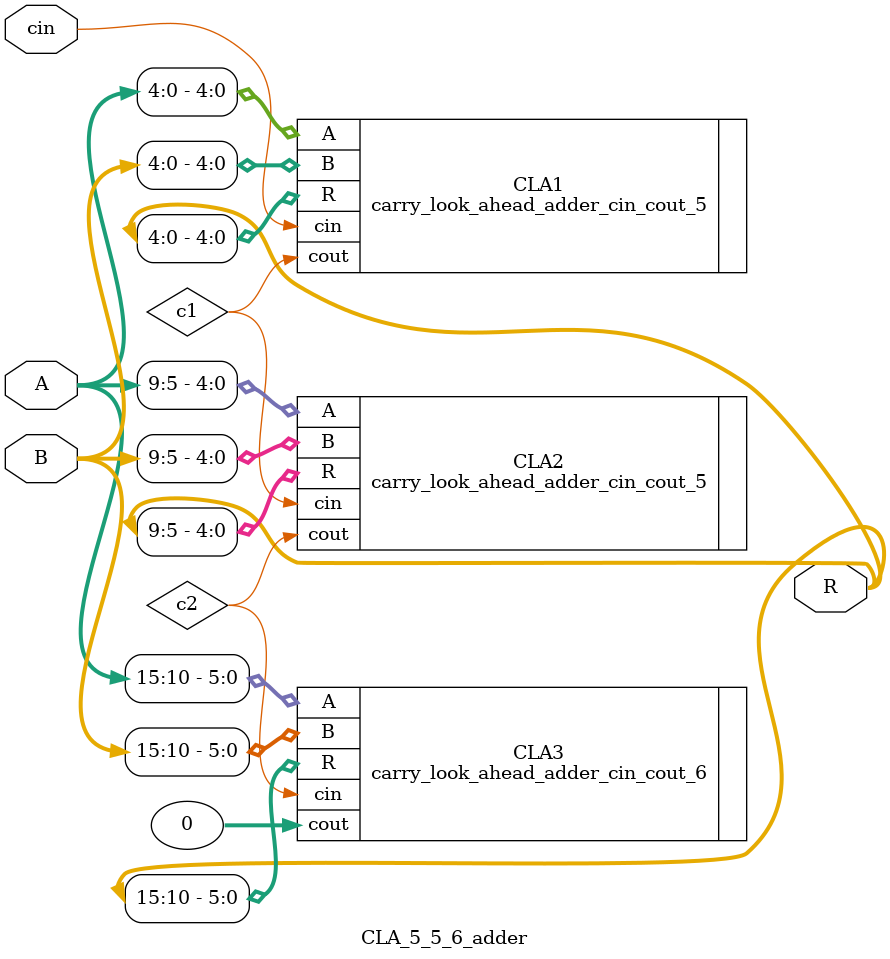
<source format=sv>
module CLA_5_5_6_adder
(
input [15:0] A, B,
input cin,
output [15:0] R

);

wire c1, c2;

carry_look_ahead_adder_cin_cout_5 CLA1(.A(A[4:0]) , .B(B[4:0]) , .cin(cin) , .cout(c1) , .R(R[4:0]));

carry_look_ahead_adder_cin_cout_5 CLA2(.A(A[9:5]) , .B(B[9:5]) , .cin(c1) , .cout(c2) , .R(R[9:5]));

carry_look_ahead_adder_cin_cout_6 CLA3(.A(A[15:10]) , .B(B[15:10]) , .cin(c2) , .cout(0) , .R(R[15:10]));





endmodule
</source>
